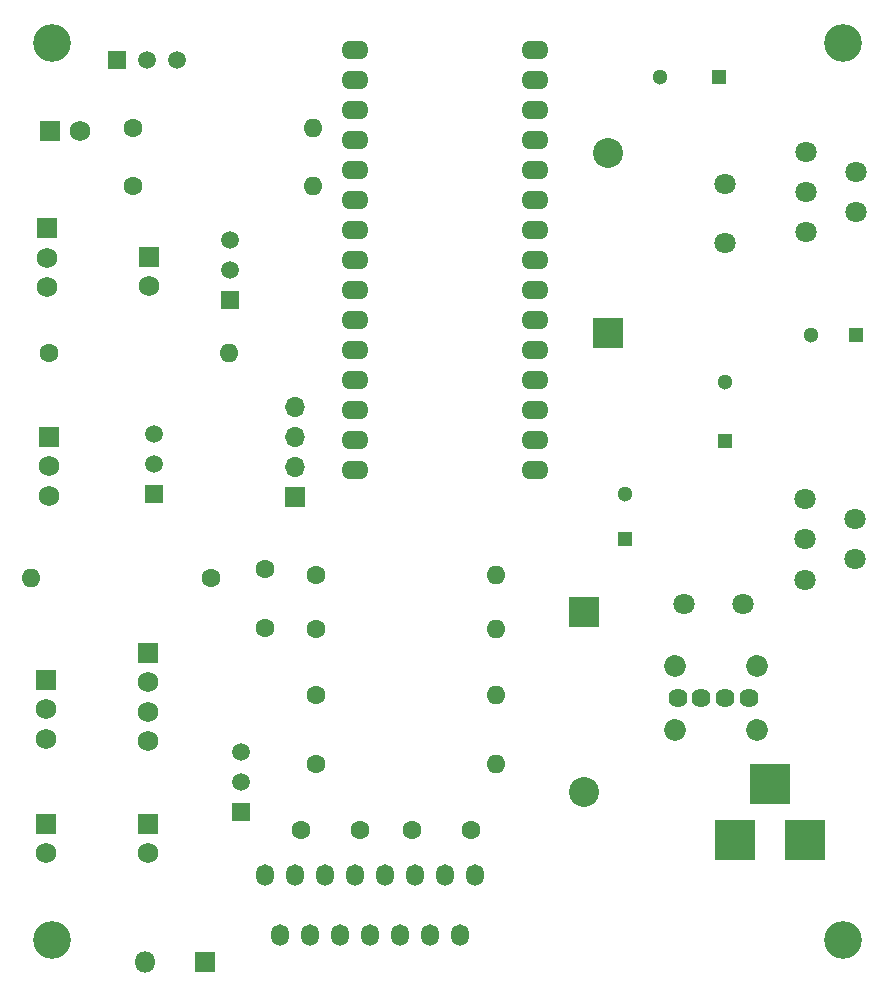
<source format=gbr>
G04 #@! TF.FileFunction,Soldermask,Top*
%FSLAX46Y46*%
G04 Gerber Fmt 4.6, Leading zero omitted, Abs format (unit mm)*
G04 Created by KiCad (PCBNEW 4.0.7-e2-6376~58~ubuntu16.04.1) date Fri Mar  9 20:00:09 2018*
%MOMM*%
%LPD*%
G01*
G04 APERTURE LIST*
%ADD10C,0.100000*%
%ADD11C,3.200000*%
%ADD12C,1.520000*%
%ADD13R,1.520000X1.520000*%
%ADD14O,2.300000X1.600000*%
%ADD15R,1.300000X1.300000*%
%ADD16C,1.300000*%
%ADD17R,3.500120X3.500120*%
%ADD18C,2.540000*%
%ADD19R,2.540000X2.540000*%
%ADD20C,1.800860*%
%ADD21C,1.800000*%
%ADD22O,1.524000X1.824000*%
%ADD23C,1.620000*%
%ADD24C,1.850000*%
%ADD25R,1.800000X1.800000*%
%ADD26O,1.800000X1.800000*%
%ADD27R,1.700000X1.700000*%
%ADD28O,1.700000X1.700000*%
%ADD29C,1.600000*%
%ADD30O,1.600000X1.600000*%
%ADD31R,1.750000X1.750000*%
%ADD32C,1.750000*%
G04 APERTURE END LIST*
D10*
D11*
X109500000Y-53500000D03*
D12*
X117540000Y-55000000D03*
X120080000Y-55000000D03*
D13*
X115000000Y-55000000D03*
D14*
X135128000Y-54102000D03*
X135128000Y-56642000D03*
X135128000Y-59182000D03*
X135128000Y-61722000D03*
X135128000Y-64262000D03*
X135128000Y-66802000D03*
X135128000Y-69342000D03*
X135128000Y-71882000D03*
X135128000Y-74422000D03*
X135128000Y-76962000D03*
X135128000Y-79502000D03*
X135128000Y-82042000D03*
X135128000Y-84582000D03*
X135128000Y-87122000D03*
X135128000Y-89662000D03*
X150368000Y-89662000D03*
X150368000Y-87122000D03*
X150368000Y-84582000D03*
X150368000Y-82042000D03*
X150368000Y-79502000D03*
X150368000Y-76962000D03*
X150368000Y-74422000D03*
X150368000Y-71882000D03*
X150368000Y-69342000D03*
X150368000Y-66802000D03*
X150368000Y-64262000D03*
X150368000Y-61722000D03*
X150368000Y-59182000D03*
X150368000Y-56642000D03*
X150368000Y-54102000D03*
D15*
X165989000Y-56388000D03*
D16*
X160989000Y-56388000D03*
D15*
X166497000Y-87249000D03*
D16*
X166497000Y-82249000D03*
D15*
X177546000Y-78232000D03*
D16*
X173746000Y-78232000D03*
D15*
X158000000Y-95500000D03*
D16*
X158000000Y-91700000D03*
D17*
X167299860Y-121000000D03*
X173299340Y-121000000D03*
X170299600Y-116301000D03*
D18*
X154561960Y-116968220D03*
D19*
X154561960Y-101728220D03*
D18*
X156588040Y-62863780D03*
D19*
X156588040Y-78103780D03*
D20*
X166497000Y-65445640D03*
X166497000Y-70444360D03*
X163000640Y-101000000D03*
X167999360Y-101000000D03*
D21*
X173282500Y-95567500D03*
X173282500Y-98967500D03*
X173282500Y-92167500D03*
X177482500Y-93867500D03*
X177482500Y-97267500D03*
X173346000Y-66167000D03*
X173346000Y-69567000D03*
X173346000Y-62767000D03*
X177546000Y-64467000D03*
X177546000Y-67867000D03*
D22*
X145288000Y-123952000D03*
X144018000Y-129032000D03*
X142748000Y-123952000D03*
X141478000Y-129032000D03*
X140208000Y-123952000D03*
X138938000Y-129032000D03*
X137668000Y-123952000D03*
X136398000Y-129032000D03*
X135128000Y-123952000D03*
X133858000Y-129032000D03*
X132588000Y-123952000D03*
X131318000Y-129032000D03*
X130048000Y-123952000D03*
X128778000Y-129032000D03*
X127508000Y-123952000D03*
D23*
X168500000Y-109000000D03*
X166500000Y-109000000D03*
X164500000Y-109000000D03*
D24*
X169230000Y-111720000D03*
D23*
X162500000Y-109000000D03*
D24*
X162230000Y-111720000D03*
X169230000Y-106280000D03*
X162230000Y-106280000D03*
D25*
X122428000Y-131318000D03*
D26*
X117348000Y-131318000D03*
D12*
X124587000Y-72771000D03*
X124587000Y-70231000D03*
D13*
X124587000Y-75311000D03*
D12*
X125476000Y-116078000D03*
X125476000Y-113538000D03*
D13*
X125476000Y-118618000D03*
D12*
X118110000Y-89154000D03*
X118110000Y-86614000D03*
D13*
X118110000Y-91694000D03*
D27*
X130048000Y-91948000D03*
D28*
X130048000Y-89408000D03*
X130048000Y-86868000D03*
X130048000Y-84328000D03*
D29*
X131826000Y-98552000D03*
D30*
X147066000Y-98552000D03*
D29*
X131826000Y-103124000D03*
D30*
X147066000Y-103124000D03*
D29*
X131826000Y-108712000D03*
D30*
X147066000Y-108712000D03*
D29*
X131826000Y-114554000D03*
D30*
X147066000Y-114554000D03*
D29*
X109220000Y-79756000D03*
D30*
X124460000Y-79756000D03*
D29*
X122936000Y-98806000D03*
D30*
X107696000Y-98806000D03*
D29*
X116332000Y-65659000D03*
D30*
X131572000Y-65659000D03*
D29*
X116332000Y-60706000D03*
D30*
X131572000Y-60706000D03*
D11*
X109500000Y-129500000D03*
D31*
X108966000Y-119634000D03*
D32*
X108966000Y-122134000D03*
D29*
X130556000Y-120142000D03*
X135556000Y-120142000D03*
X139954000Y-120142000D03*
X144954000Y-120142000D03*
D31*
X117602000Y-119634000D03*
D32*
X117602000Y-122134000D03*
D31*
X108966000Y-107442000D03*
D32*
X108966000Y-109942000D03*
X108966000Y-112442000D03*
D29*
X127508000Y-98044000D03*
X127508000Y-103044000D03*
D31*
X117602000Y-105156000D03*
D32*
X117602000Y-107656000D03*
X117602000Y-110156000D03*
X117602000Y-112656000D03*
D31*
X109093000Y-69215000D03*
D32*
X109093000Y-71715000D03*
X109093000Y-74215000D03*
D31*
X109220000Y-86868000D03*
D32*
X109220000Y-89368000D03*
X109220000Y-91868000D03*
D31*
X117729000Y-71628000D03*
D32*
X117729000Y-74128000D03*
D31*
X109347000Y-60960000D03*
D32*
X111847000Y-60960000D03*
D11*
X176500000Y-53500000D03*
X176500000Y-129500000D03*
M02*

</source>
